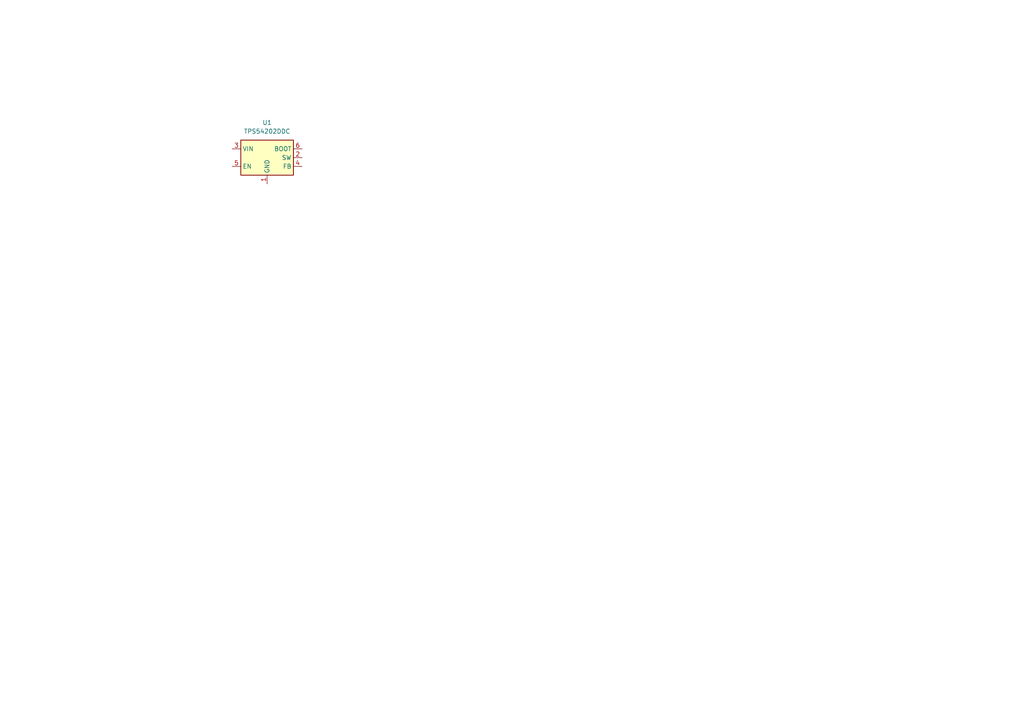
<source format=kicad_sch>
(kicad_sch (version 20250114) (generator "eeschema") (generator_version "9.0")
  (paper "A4")
  (title_block (title "tps54202_reference"))
  (lib_symbols
    (symbol "Regulator_Switching:TPS54202DDC"
      (property "Reference" "U" (at -7.62 6.35 0))
      (property "Value" "TPS54202DDC" (at 0 6.35 0))
      (symbol "TPS54202DDC_0_1"
        (rectangle (start -7.62 5.08) (end 7.62 -5.08) (stroke (width 0.254)) (fill (type background)))
      )
      (symbol "TPS54202DDC_1_1"
        (pin power_in line (at -10.16 2.54 0) (length 2.54) (name "VIN") (number "3"))
        (pin input line (at -10.16 -2.54 0) (length 2.54) (name "EN") (number "5"))
        (pin power_in line (at 0 -7.62 90) (length 2.54) (name "GND") (number "1"))
        (pin passive line (at 10.16 2.54 180) (length 2.54) (name "BOOT") (number "6"))
        (pin power_out line (at 10.16 0 180) (length 2.54) (name "SW") (number "2"))
        (pin input line (at 10.16 -2.54 180) (length 2.54) (name "FB") (number "4"))
      )
    )
  )
  (symbol (lib_id "Regulator_Switching:TPS54202DDC") (at 77.47 45.72 0) (unit 1)
    (property "Reference" "U1" (at 77.47 35.56 0))
    (property "Value" "TPS54202DDC" (at 77.47 38.1 0))
    (property "Footprint" "Package_TO_SOT_SMD:SOT-23-6" (effects (hide yes)))
    (property "Datasheet" "http://www.ti.com/lit/ds/symlink/tps54202.pdf" (effects (hide yes)))
    (property "Description" "2A, 4.5 to 28V Input, EMI Friendly integrated switch synchronous step-down regulator, pulse-skipping, SOT-23-6" (effects (hide yes)))
  )
)
</source>
